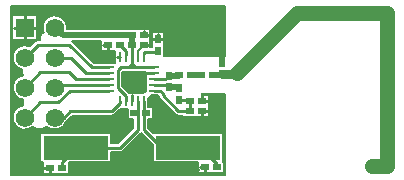
<source format=gtl>
*%FSLAX24Y24*%
*%MOIN*%
G01*
%ADD11C,0.0010*%
%ADD12C,0.0030*%
%ADD13C,0.0050*%
%ADD14C,0.0060*%
%ADD15C,0.0073*%
%ADD16C,0.0080*%
%ADD17C,0.0100*%
%ADD18C,0.0120*%
%ADD19C,0.0200*%
%ADD20C,0.0250*%
%ADD21C,0.0300*%
%ADD22C,0.0320*%
%ADD23C,0.0400*%
%ADD24C,0.0500*%
%ADD25C,0.0560*%
%ADD26C,0.0620*%
%ADD27C,0.0700*%
%ADD28C,0.0800*%
%ADD29R,0.0098X0.0331*%
%ADD30R,0.0178X0.0411*%
%ADD31R,0.0200X0.0250*%
%ADD32R,0.0250X0.0200*%
%ADD33R,0.0280X0.0330*%
%ADD34R,0.0330X0.0280*%
%ADD35R,0.0331X0.0098*%
%ADD36R,0.0411X0.0178*%
%ADD37R,0.0620X0.0620*%
%ADD38R,0.0700X0.0700*%
%ADD39R,0.2165X0.0787*%
%ADD40R,0.2245X0.0867*%
D14*
X278649Y119349D02*
X278810D01*
X278458Y119330D02*
X278330D01*
X278310Y119349D01*
X278458D02*
Y119767D01*
D16*
X278460Y121446D02*
X278654Y121640D01*
X278460Y121446D02*
Y121320D01*
X275213Y117750D02*
X274230D01*
Y117800D02*
X275213D01*
Y117850D02*
X274230D01*
Y117900D02*
X275213D01*
Y117950D02*
X274230D01*
Y118000D02*
X275213D01*
Y118050D02*
X274230D01*
Y117330D02*
Y118930D01*
Y118100D02*
X275213D01*
Y118150D02*
X274230D01*
Y117400D02*
X275309D01*
Y117450D02*
X274230D01*
Y117500D02*
X275309D01*
Y117550D02*
X274230D01*
Y117600D02*
X275309D01*
Y117650D02*
X274230D01*
Y117700D02*
X275309D01*
X275213Y118200D02*
X274230D01*
Y118250D02*
X275213D01*
Y118300D02*
X274230D01*
Y118950D02*
X274396D01*
X274356Y119000D02*
X274230D01*
Y119050D02*
X274327D01*
X274306Y119100D02*
X274230D01*
Y119150D02*
X274293D01*
X274286Y119200D02*
X274230D01*
Y119250D02*
X274285D01*
X274291Y119300D02*
X274230D01*
Y119350D02*
X274303D01*
X274322Y119400D02*
X274230D01*
Y118350D02*
X275213D01*
Y118400D02*
X274230D01*
Y118450D02*
X275213D01*
Y118500D02*
X274230D01*
Y118550D02*
X275213D01*
Y118600D02*
X274230D01*
Y118650D02*
X275213D01*
Y118700D02*
X274230D01*
Y118900D02*
X274452D01*
X274541Y118850D02*
X274230D01*
X274550Y118846D02*
Y117330D01*
X274600D02*
Y118831D01*
X274650Y118822D02*
Y117330D01*
X274700D02*
Y118820D01*
X274750Y118824D02*
Y117330D01*
X274300D02*
Y119120D01*
X274350Y119008D02*
Y117330D01*
X274400D02*
Y118945D01*
X274450Y118901D02*
Y117330D01*
X274500D02*
Y118869D01*
X274800Y118834D02*
Y117330D01*
X274850D02*
Y118850D01*
X275050Y118857D02*
Y117330D01*
X275100D02*
Y118850D01*
X275250Y117736D02*
Y117330D01*
X274900D02*
Y118875D01*
X274950Y118909D02*
Y117330D01*
X275000D02*
Y118884D01*
X275150Y118850D02*
Y117330D01*
X275200D02*
Y118850D01*
X275095D02*
X274849D01*
X275095D02*
X275280D01*
X275213Y118723D02*
Y117736D01*
X275250Y118723D02*
Y118850D01*
X275280D02*
X275095D01*
X274983Y118900D02*
X274938D01*
X275300Y117736D02*
Y117330D01*
X275309Y117736D02*
X275213D01*
X275309D02*
Y117359D01*
X275300Y118723D02*
Y118851D01*
X275350Y118867D02*
Y118723D01*
X275400D02*
Y118910D01*
X274349Y119450D02*
X274230D01*
Y119500D02*
X274386D01*
X274439Y119550D02*
X274230D01*
X274450Y119559D02*
Y119901D01*
X274518Y119600D02*
X274230D01*
X274250Y117330D02*
Y122960D01*
X274230D02*
Y118930D01*
X274300Y119340D02*
Y120120D01*
X274350Y120008D02*
Y119452D01*
X274400Y119515D02*
Y119945D01*
X274230Y119700D02*
X274650D01*
Y119750D02*
X274230D01*
Y119800D02*
X274650D01*
X274500Y119869D02*
Y119591D01*
X274550Y119614D02*
Y119846D01*
X274600Y119831D02*
Y119629D01*
X274650Y119638D02*
Y119822D01*
Y119815D02*
Y119661D01*
X274356Y120000D02*
X274230D01*
Y120050D02*
X274327D01*
X274306Y120100D02*
X274230D01*
Y120200D02*
X274286D01*
X274293Y120150D02*
X274230D01*
Y120250D02*
X274285D01*
X274291Y120300D02*
X274230D01*
X274300Y120340D02*
Y121120D01*
X274303Y120350D02*
X274230D01*
Y120400D02*
X274322D01*
X274230Y119850D02*
X274541D01*
X274452Y119900D02*
X274230D01*
Y120450D02*
X274349D01*
X274396Y119950D02*
X274230D01*
X274350Y120452D02*
Y121008D01*
X275309Y117359D02*
X275703D01*
X275759D01*
X275650Y118723D02*
Y118822D01*
X275450Y118901D02*
Y118723D01*
X275500D02*
Y118869D01*
X275550Y118846D02*
Y118723D01*
X275600D02*
Y118831D01*
X275700Y118820D02*
Y118723D01*
X276505Y117330D02*
X274230D01*
Y117350D02*
X281360D01*
X275759Y117359D02*
X275703D01*
X275759D02*
X276153D01*
Y117400D02*
X280483D01*
Y117450D02*
X276153D01*
X275213Y118723D02*
X277578D01*
X276153Y117500D02*
X280483D01*
Y117550D02*
X276153D01*
Y117600D02*
X280483D01*
X275750Y118723D02*
Y118824D01*
X275541Y118850D02*
X275280D01*
X275800Y118834D02*
Y118723D01*
X275850D02*
Y118850D01*
X275900Y118875D02*
Y118723D01*
X275950D02*
Y118909D01*
X275452Y118900D02*
X275392D01*
X276000Y118956D02*
Y118723D01*
X276050D02*
Y119025D01*
X276100Y119128D02*
Y118723D01*
X274230Y118750D02*
X278183D01*
X278233Y118800D02*
X274230D01*
X275849Y118850D02*
X278283D01*
X278308Y118900D02*
X275938D01*
X275994Y118950D02*
X278308D01*
Y119000D02*
X276034D01*
X276063Y119050D02*
X278308D01*
Y119100D02*
X276084D01*
X276096Y119124D02*
X276262Y119290D01*
X276122Y119150D02*
X278308D01*
X276200Y117736D02*
Y117330D01*
X276250D02*
Y117736D01*
X276300D02*
Y117330D01*
X276350D02*
Y117736D01*
X276400D02*
Y117330D01*
X276450D02*
Y117736D01*
X276500D02*
Y117330D01*
X276550D02*
Y117736D01*
X276600D02*
Y117330D01*
X276650D02*
Y117736D01*
X276505Y117330D02*
X281360D01*
X276700D02*
Y117736D01*
X276750D02*
Y117330D01*
X276800D02*
Y117736D01*
X276850D02*
Y117330D01*
X276900D02*
Y117736D01*
X276950D02*
Y117330D01*
X277000D02*
Y117736D01*
X277050D02*
Y117330D01*
X277100D02*
Y117736D01*
X276153D02*
Y117359D01*
X276150Y118723D02*
Y119178D01*
X276200Y119228D02*
Y118723D01*
X276250D02*
Y119278D01*
X276300Y119290D02*
Y118723D01*
X276350D02*
Y119290D01*
X276400D02*
Y118723D01*
X276450D02*
Y119290D01*
X276500D02*
Y118723D01*
X276550D02*
Y119290D01*
X276153Y117650D02*
X280483D01*
Y117700D02*
X276153D01*
X277150Y117736D02*
Y117330D01*
X277200D02*
Y117736D01*
X277250D02*
Y117330D01*
X277578Y117736D02*
X276153D01*
X276172Y119200D02*
X278125D01*
Y119250D02*
X276222D01*
X277300Y117736D02*
Y117330D01*
X276600Y118723D02*
Y119290D01*
X277350Y117736D02*
Y117330D01*
X277600Y119290D02*
X276262D01*
X276650D02*
Y118723D01*
X276700D02*
Y119290D01*
X276750D02*
Y118723D01*
X276800D02*
Y119290D01*
X276850D02*
Y118723D01*
X276900D02*
Y119290D01*
X276950D02*
Y118723D01*
X277000D02*
Y119290D01*
X277050D02*
Y118723D01*
X277100D02*
Y119290D01*
X277150D02*
Y118723D01*
X277200D02*
Y119290D01*
X277250D02*
Y118723D01*
X277300D02*
Y119290D01*
X277350D02*
Y118723D01*
X277400D02*
Y119290D01*
X274386Y120500D02*
X274230D01*
Y120550D02*
X274439D01*
X274518Y120600D02*
X274230D01*
X274600Y120629D02*
Y120831D01*
X274615Y120700D02*
X274230D01*
X274400Y120515D02*
Y120945D01*
X274541Y120850D02*
X274230D01*
X274450Y120901D02*
Y120559D01*
X274500Y120591D02*
Y120869D01*
X274550Y120846D02*
Y120614D01*
X274624Y120650D02*
X274230D01*
Y120750D02*
X274615D01*
Y120800D02*
X274230D01*
X274615D02*
Y120700D01*
X274356Y121000D02*
X274230D01*
Y121050D02*
X274327D01*
X274306Y121100D02*
X274230D01*
Y121200D02*
X274286D01*
X274293Y121150D02*
X274230D01*
Y121250D02*
X274285D01*
X274291Y121300D02*
X274230D01*
Y121350D02*
X274303D01*
X274322Y121400D02*
X274230D01*
Y121450D02*
X274349D01*
X274452Y120900D02*
X274230D01*
Y120950D02*
X274396D01*
X274386Y121500D02*
X274230D01*
Y121550D02*
X274439D01*
X274518Y121600D02*
X274230D01*
Y121650D02*
X274903D01*
X274953Y121700D02*
X274230D01*
X274859Y121606D02*
X275014Y121761D01*
X275003Y121750D02*
X274230D01*
Y121800D02*
X275082D01*
X274285Y121850D02*
X274230D01*
Y121900D02*
X274285D01*
X274300Y121820D02*
Y121340D01*
X274285Y121950D02*
X274230D01*
Y122000D02*
X274285D01*
Y122050D02*
X274230D01*
Y122100D02*
X274285D01*
Y121820D02*
Y122640D01*
Y122150D02*
X274230D01*
Y122200D02*
X274285D01*
X274350Y121820D02*
Y121452D01*
X274400Y121515D02*
Y121820D01*
X274450D02*
Y121559D01*
X274500Y121591D02*
Y121820D01*
X274550D02*
Y121614D01*
X274600Y121629D02*
Y121820D01*
X274285D02*
X275105D01*
X274650D02*
Y121638D01*
X274700Y121640D02*
Y121820D01*
X274285Y122250D02*
X274230D01*
Y122300D02*
X274285D01*
Y122350D02*
X274230D01*
Y122400D02*
X274285D01*
Y122450D02*
X274230D01*
Y122500D02*
X274285D01*
Y122550D02*
X274230D01*
Y122600D02*
X274285D01*
X274300Y122640D02*
Y122960D01*
X274350D02*
Y122640D01*
X274285D02*
X275105D01*
X274400D02*
Y122960D01*
X274450D02*
Y122640D01*
X274500D02*
Y122960D01*
X274550D02*
Y122640D01*
X274600D02*
Y122960D01*
X274650D02*
Y122640D01*
X274700D02*
Y122960D01*
X274750Y121820D02*
Y121636D01*
X274800Y121626D02*
Y121820D01*
X274850D02*
Y121610D01*
X274900Y121647D02*
Y121820D01*
X274950D02*
Y121697D01*
X275000Y121747D02*
Y121820D01*
X275050D02*
Y121788D01*
X275150Y121805D02*
Y122960D01*
X275105Y122640D02*
Y121820D01*
X275200Y121805D02*
Y122960D01*
X275205Y121805D02*
X275120D01*
X275105Y121850D02*
X275205D01*
Y121805D02*
Y121911D01*
Y121900D02*
X275105D01*
Y121950D02*
X275210D01*
X275235Y122000D02*
X275105D01*
Y122050D02*
X275300D01*
X275250Y122018D02*
Y122960D01*
X275300Y122120D02*
Y122050D01*
X274750Y122640D02*
Y122960D01*
X274800D02*
Y122640D01*
X275105Y122150D02*
X275293D01*
X274850Y122640D02*
Y122960D01*
X275105Y122200D02*
X275286D01*
X274900Y122640D02*
Y122960D01*
X274950D02*
Y122640D01*
X275000D02*
Y122960D01*
X275050D02*
Y122640D01*
X275100D02*
Y122960D01*
X275105Y122100D02*
X275306D01*
X275285Y122250D02*
X275105D01*
Y122300D02*
X275291D01*
X275303Y122350D02*
X275105D01*
Y122400D02*
X275322D01*
X275349Y122450D02*
X275105D01*
Y122500D02*
X275386D01*
X275439Y122550D02*
X275105D01*
X275300Y122340D02*
Y122960D01*
X275350D02*
Y122452D01*
X275400Y122515D02*
Y122960D01*
X276852Y121200D02*
X277718D01*
X277512Y121060D02*
X276992D01*
X276952Y121100D02*
X277718D01*
Y121150D02*
X276902D01*
X276802Y121250D02*
X277718D01*
X276800Y121252D02*
Y121770D01*
X277300Y121440D02*
Y121060D01*
X277350D02*
Y121440D01*
X277400D02*
Y121060D01*
X276400Y121652D02*
Y121770D01*
X276350D02*
Y121702D01*
X276602Y121450D02*
X277251D01*
X276450Y121602D02*
Y121770D01*
X276500D02*
Y121552D01*
X276600Y121452D02*
Y121770D01*
X276550D02*
Y121502D01*
X276750Y121302D02*
Y121770D01*
X276650D02*
Y121402D01*
X276700Y121352D02*
Y121770D01*
X276652Y121400D02*
X277718D01*
X277251Y121500D02*
X276552D01*
X276752Y121300D02*
X277718D01*
X277645Y121440D02*
X277251D01*
X277718Y121350D02*
X276702D01*
X276402Y121650D02*
X277251D01*
Y121700D02*
X276352D01*
X276302Y121750D02*
X277251D01*
Y121550D02*
X276502D01*
X276452Y121600D02*
X277251D01*
X275450Y122559D02*
Y122960D01*
X276000D02*
Y122504D01*
X276050Y122435D02*
Y122960D01*
X276101Y122170D02*
X277140D01*
X276104Y122200D02*
X281360D01*
Y122250D02*
X276105D01*
X276099Y122300D02*
X281360D01*
Y122500D02*
X276004D01*
X276087Y122350D02*
X281360D01*
Y122400D02*
X276068D01*
X276041Y122450D02*
X281360D01*
X275518Y122600D02*
X275105D01*
X275500Y122591D02*
Y122960D01*
X275550D02*
Y122614D01*
X275600Y122629D02*
Y122960D01*
X275650D02*
Y122638D01*
X275700Y122640D02*
Y122960D01*
X275750D02*
Y122636D01*
X275900Y122585D02*
Y122960D01*
X275800D02*
Y122626D01*
X275850Y122610D02*
Y122960D01*
X274230Y122650D02*
X281360D01*
Y122700D02*
X274230D01*
X275951Y122550D02*
X281360D01*
Y122600D02*
X275872D01*
X274230Y122750D02*
X281360D01*
Y122800D02*
X274230D01*
Y122850D02*
X281360D01*
Y122900D02*
X274230D01*
X275950Y122960D02*
Y122551D01*
X274230Y122950D02*
X281360D01*
Y122960D02*
X274230D01*
X276150D02*
Y122170D01*
X276200D02*
Y122960D01*
X276950Y121770D02*
Y121102D01*
X276850Y121202D02*
Y121770D01*
X276900D02*
Y121152D01*
X276250Y122170D02*
Y122960D01*
X276300D02*
Y122170D01*
X276350D02*
Y122960D01*
X276400D02*
Y122170D01*
X276450D02*
Y122960D01*
X276291Y121761D02*
X276992Y121060D01*
X277000D02*
Y121770D01*
X277050D02*
Y121060D01*
X277100D02*
Y121770D01*
X277150D02*
Y121060D01*
X277140Y121770D02*
X276281D01*
X277140D02*
X277251D01*
X277200D02*
Y121060D01*
X277250D02*
Y121770D01*
X277251D02*
Y121440D01*
X276500Y122170D02*
Y122960D01*
X276100D02*
Y122294D01*
X276550Y122170D02*
Y122960D01*
X276600D02*
Y122170D01*
X276650D02*
Y122960D01*
X276700D02*
Y122170D01*
X276750D02*
Y122960D01*
X276800D02*
Y122170D01*
X276850D02*
Y122960D01*
X276900D02*
Y122170D01*
X276950D02*
Y122960D01*
X277000D02*
Y122170D01*
X277050D02*
Y122960D01*
X277100D02*
Y122170D01*
X277140D02*
X278037D01*
X277150D02*
Y122960D01*
X277200D02*
Y122170D01*
X277250D02*
Y122960D01*
X277300D02*
Y122170D01*
X277350D02*
Y122960D01*
X277400D02*
Y122170D01*
Y117736D02*
Y117330D01*
X277450D02*
Y117736D01*
X277500D02*
Y117330D01*
X277550D02*
Y117736D01*
X277578D02*
Y118064D01*
X277600D02*
Y117330D01*
X277650D02*
Y118064D01*
X277700D02*
Y117330D01*
X277750D02*
Y118064D01*
X277800D02*
Y117330D01*
X277578Y117750D02*
X278953D01*
Y117800D02*
X277578D01*
X277850Y118064D02*
Y117330D01*
X277578Y117850D02*
X278953D01*
Y117900D02*
X277578D01*
X277900Y118070D02*
Y117330D01*
X277950D02*
Y118095D01*
X278000Y118143D02*
Y117330D01*
X278050D02*
Y118193D01*
X278100Y118243D02*
Y117330D01*
X277859Y118064D02*
X277578D01*
Y118364D02*
X277797D01*
X277833Y118400D02*
X277578D01*
Y118450D02*
X277883D01*
X277933Y118500D02*
X277578D01*
Y118364D02*
Y118723D01*
Y118550D02*
X277983D01*
X278033Y118600D02*
X277578D01*
Y117950D02*
X278953D01*
Y118000D02*
X277578D01*
Y118050D02*
X278953D01*
Y118100D02*
X277956D01*
X278007Y118150D02*
X278953D01*
X278083Y118650D02*
X277578D01*
Y118700D02*
X278133D01*
X278560Y118703D02*
X277965Y118108D01*
X277797Y118364D02*
X278308Y118875D01*
X278057Y118200D02*
X278953D01*
X278150Y118293D02*
Y117330D01*
X278200D02*
Y118343D01*
X278250Y118393D02*
Y117330D01*
X278300D02*
Y118443D01*
X278350Y118493D02*
Y117330D01*
X278400D02*
Y118543D01*
X278450Y118593D02*
Y117330D01*
X278500D02*
Y118643D01*
X278550Y118693D02*
Y117330D01*
X278600D02*
Y118663D01*
X278900Y118363D02*
Y117330D01*
X278950D02*
Y118313D01*
X279000Y117736D02*
Y117330D01*
X279050D02*
Y117736D01*
X279100D02*
Y117330D01*
X278650D02*
Y118613D01*
X278700Y118563D02*
Y117330D01*
X278750D02*
Y118513D01*
X278800Y118463D02*
Y117330D01*
X278850D02*
Y118413D01*
X278953Y118250D02*
X278107D01*
X278157Y118300D02*
X278953D01*
Y118310D02*
Y117736D01*
X278863Y118400D02*
X278257D01*
X278207Y118350D02*
X278913D01*
X278813Y118450D02*
X278307D01*
X278357Y118500D02*
X278763D01*
X278713Y118550D02*
X278407D01*
X278507Y118650D02*
X278613D01*
X278663Y118600D02*
X278457D01*
X279150Y117736D02*
Y117330D01*
X279200D02*
Y117736D01*
X279250D02*
Y117330D01*
X279300D02*
Y117736D01*
X279350D02*
Y117330D01*
X279400D02*
Y117736D01*
X278953Y118310D02*
X278560Y118703D01*
X278805Y118883D02*
X278964Y118723D01*
X279450Y117736D02*
Y117330D01*
X279500D02*
Y117736D01*
X279550D02*
Y117330D01*
X277450Y118723D02*
Y119290D01*
X277500D02*
Y118723D01*
X277600Y118364D02*
Y119290D01*
X277550D02*
Y118723D01*
X277650Y118364D02*
Y119299D01*
X277700Y119328D02*
Y118364D01*
X277750D02*
Y119378D01*
X277800Y119428D02*
Y118367D01*
X277850Y118417D02*
Y119478D01*
X277900Y119502D02*
Y118467D01*
X278150Y118717D02*
Y119189D01*
X278200D02*
Y118767D01*
X278250Y118817D02*
Y119189D01*
X278308D02*
X278125D01*
X277950Y119502D02*
Y118517D01*
X278000Y118567D02*
Y119502D01*
X278050D02*
Y118617D01*
X278100Y118667D02*
Y119502D01*
X278125D02*
Y119189D01*
Y119300D02*
X277654D01*
X277722Y119350D02*
X278125D01*
X277874Y119502D02*
X277706Y119334D01*
X277772Y119400D02*
X278125D01*
Y119450D02*
X277822D01*
X277874Y119502D02*
X277915D01*
X278016D01*
X278125Y119500D02*
X277872D01*
X277915Y119502D02*
X278016D01*
X278112D01*
X278300Y119189D02*
Y118867D01*
X278308Y118875D02*
Y119189D01*
X278900D02*
Y118787D01*
X278805Y118883D02*
Y119189D01*
X278850D02*
Y118837D01*
X278805Y119189D02*
X278969D01*
Y119589D02*
X278805D01*
X279050Y119973D02*
Y118723D01*
X278950Y118737D02*
Y119189D01*
X278969D02*
Y119589D01*
X279350Y119698D02*
Y118723D01*
X279498Y119550D02*
X278969D01*
X279400Y119648D02*
Y118723D01*
X279450D02*
Y119598D01*
X279500Y119548D02*
Y118723D01*
X279100D02*
Y119973D01*
X279150Y119927D02*
Y118723D01*
X279200D02*
Y119848D01*
X279250Y119798D02*
Y118723D01*
X279300D02*
Y119748D01*
X278805Y119767D02*
Y119589D01*
X278804Y119782D02*
Y119852D01*
X278850Y119893D02*
Y119589D01*
X278857Y119900D02*
X279160D01*
X278900Y119943D02*
Y119589D01*
X278828Y119872D02*
X278898Y119942D01*
X278950Y119973D02*
Y119589D01*
X278921Y119973D02*
X278995D01*
X278805Y119600D02*
X279448D01*
X279398Y119650D02*
X278805D01*
Y119700D02*
X279348D01*
X279248Y119800D02*
X278804D01*
X278805Y119750D02*
X279298D01*
X279198Y119850D02*
X278804D01*
X278906Y119950D02*
X279146D01*
X279145Y119973D02*
X279010D01*
X279600Y117736D02*
Y117330D01*
X279650D02*
Y117736D01*
X279700D02*
Y117330D01*
X279750D02*
Y117736D01*
X279800D02*
Y117330D01*
X279850D02*
Y117736D01*
X279900D02*
Y117330D01*
X279950D02*
Y117736D01*
X280000D02*
Y117330D01*
X280050D02*
Y117736D01*
X280100D02*
Y117330D01*
X280150D02*
Y117736D01*
X280200D02*
Y117330D01*
X280500D02*
Y117379D01*
X280550D02*
Y117330D01*
X280250D02*
Y117736D01*
X280300D02*
Y117330D01*
X280350D02*
Y117736D01*
X280400D02*
Y117330D01*
X280450D02*
Y117736D01*
X280600Y117379D02*
Y117330D01*
X280650D02*
Y117379D01*
X280700D02*
Y117330D01*
X280750D02*
Y117379D01*
X280800D02*
Y117330D01*
X280483Y117379D02*
Y117736D01*
X278953D01*
X280850Y117379D02*
Y117330D01*
X281360Y118750D02*
X278937D01*
X278887Y118800D02*
X281360D01*
X280877Y117379D02*
X280483D01*
X280877D02*
X280933D01*
X281318Y118723D02*
X278964D01*
X278805Y118900D02*
X281360D01*
Y118950D02*
X278805D01*
Y119000D02*
X281360D01*
Y118850D02*
X278837D01*
X278805Y119050D02*
X281360D01*
Y119100D02*
X278805D01*
X280900Y117379D02*
Y117330D01*
X280877Y117379D02*
X280933D01*
X280950D02*
Y117330D01*
X281000D02*
Y117379D01*
X281050D02*
Y117330D01*
X281100D02*
Y117379D01*
X281150D02*
Y117330D01*
X281200D02*
Y117379D01*
X281250D02*
Y117330D01*
X281300D02*
Y117379D01*
X281327D02*
X280933D01*
X281327Y117400D02*
X281360D01*
Y117450D02*
X281327D01*
Y117500D02*
X281360D01*
Y117550D02*
X281327D01*
Y117600D02*
X281360D01*
X281318Y117736D02*
Y117779D01*
X281327D02*
Y117379D01*
Y117650D02*
X281360D01*
Y117700D02*
X281327D01*
X281318Y117800D02*
X281360D01*
Y117850D02*
X281318D01*
X281327Y117750D02*
X281360D01*
Y117900D02*
X281318D01*
Y117950D02*
X281360D01*
Y118000D02*
X281318D01*
Y118050D02*
X281360D01*
X281318Y117779D02*
Y118723D01*
Y118100D02*
X281360D01*
Y118150D02*
X281318D01*
Y118200D02*
X281360D01*
Y118250D02*
X281318D01*
Y118300D02*
X281360D01*
Y118350D02*
X281318D01*
Y118400D02*
X281360D01*
Y118450D02*
X281318D01*
Y118500D02*
X281360D01*
Y118550D02*
X281318D01*
Y118600D02*
X281360D01*
Y118650D02*
X281318D01*
Y118700D02*
X281360D01*
X279750Y118723D02*
Y119310D01*
X279800Y119296D02*
Y118723D01*
X279850D02*
Y119295D01*
X279900D02*
Y118723D01*
X280000D02*
Y119245D01*
X279550Y119498D02*
Y118723D01*
X279600D02*
Y119448D01*
X279650Y119398D02*
Y118723D01*
X279700D02*
Y119348D01*
X279950Y119295D02*
Y118723D01*
X278805Y119150D02*
X281360D01*
Y119200D02*
X278969D01*
X280050Y119245D02*
Y118723D01*
X280100D02*
Y119245D01*
X280150D02*
Y118723D01*
X280200D02*
Y119245D01*
X280250D02*
Y118723D01*
X280300D02*
Y119245D01*
X280350D02*
Y118723D01*
X280400D02*
Y119245D01*
X279648Y119400D02*
X278969D01*
Y119450D02*
X279598D01*
X279548Y119500D02*
X278969D01*
Y119250D02*
X279976D01*
X279777Y119300D02*
X278969D01*
X279976Y119245D02*
X280370D01*
X280426D01*
X280370Y119245D02*
X280820D01*
X279698Y119350D02*
X278969D01*
X279189Y119859D02*
X279709Y119339D01*
X279976Y119295D02*
Y119245D01*
Y119295D02*
X279815D01*
X280450Y119245D02*
Y118723D01*
X280500D02*
Y119245D01*
X280550D02*
Y118723D01*
X280600D02*
Y119245D01*
X280650D02*
Y118723D01*
X280700D02*
Y119245D01*
X280750D02*
Y118723D01*
X280800D02*
Y119245D01*
X280850Y118723D02*
Y120015D01*
X280900D02*
Y118723D01*
X280950D02*
Y120015D01*
X281000D02*
Y118723D01*
X281050D02*
Y120015D01*
X281100D02*
Y118723D01*
X281150D02*
Y120015D01*
X281200D02*
Y118723D01*
X281250D02*
Y120015D01*
X281350D02*
Y117330D01*
X281300Y118723D02*
Y120015D01*
X281360D02*
Y117330D01*
Y119250D02*
X280820D01*
Y119300D02*
X281360D01*
Y119350D02*
X280820D01*
Y119400D02*
X281360D01*
X280820Y119245D02*
Y119585D01*
X280835D02*
Y119985D01*
X280820Y119450D02*
X281360D01*
Y119500D02*
X280820D01*
Y119550D02*
X281360D01*
Y119600D02*
X280835D01*
Y119650D02*
X281360D01*
Y119700D02*
X280835D01*
Y119750D02*
X281360D01*
Y119800D02*
X280835D01*
Y119850D02*
X281360D01*
Y119900D02*
X280835D01*
Y119950D02*
X281360D01*
X278170Y120052D02*
X277950Y120272D01*
Y120738D01*
X278213Y120032D02*
X278309D01*
X277950Y120272D02*
Y120738D01*
X278000Y120760D02*
Y120222D01*
X278100Y120122D02*
Y120760D01*
X278050D02*
Y120172D01*
X278250Y120032D02*
Y120760D01*
X278150D02*
Y120072D01*
X278300Y120032D02*
Y120760D01*
X278072Y120150D02*
X278745D01*
Y120200D02*
X278022D01*
X278309Y120032D02*
X278410D01*
X278309D01*
X278122Y120100D02*
X278703D01*
X278745Y120300D02*
X277950D01*
Y120350D02*
X278745D01*
X278350Y120032D02*
Y120760D01*
X277972Y120250D02*
X278745D01*
Y120400D02*
X277950D01*
X277450Y121060D02*
Y121440D01*
X277500D02*
Y121060D01*
X277527Y121059D02*
X277718D01*
X277550D02*
Y121440D01*
X277600D02*
Y121059D01*
X277650D02*
Y121440D01*
X277645D02*
X277701D01*
X277700D02*
Y121059D01*
X277701Y121440D02*
X277645D01*
X277718D02*
Y121059D01*
X277950Y120450D02*
X278745D01*
Y120500D02*
X277950D01*
Y120550D02*
X278745D01*
Y120600D02*
X277950D01*
Y120650D02*
X278745D01*
Y120700D02*
X277950D01*
X277962Y120750D02*
X278745D01*
X277972Y120760D02*
X277950Y120738D01*
X277972Y120760D02*
X278150D01*
X278370D01*
X278410Y120032D02*
X278505D01*
X278400D02*
Y120760D01*
X278505Y120032D02*
X278607D01*
X278505D01*
X278607D02*
X278638D01*
X278450D02*
Y120760D01*
X278500D02*
Y120032D01*
X278550D02*
Y120760D01*
X278600D02*
Y120032D01*
X278700Y120097D02*
Y120760D01*
X278722Y120118D02*
X278652Y120048D01*
X278745Y120137D02*
Y120170D01*
Y120272D01*
Y120170D01*
Y120272D02*
Y120367D01*
Y120469D01*
Y120367D01*
Y120469D02*
Y120564D01*
Y120666D01*
Y120564D01*
Y120666D02*
Y120760D01*
X278370D01*
X277450Y122170D02*
Y122960D01*
X277500D02*
Y122170D01*
X277550D02*
Y122960D01*
X277600D02*
Y122170D01*
X277650D02*
Y122960D01*
X277700D02*
Y122170D01*
X277750D02*
Y122960D01*
X277800D02*
Y122170D01*
X277850D02*
Y122960D01*
X278879Y121580D02*
X278920D01*
Y121600D02*
X278879D01*
X277900Y122170D02*
Y122960D01*
X277950D02*
Y122170D01*
X278000D02*
Y122960D01*
X278037Y122170D02*
X278262D01*
X278037D01*
X278050D02*
Y122960D01*
X278100D02*
Y122170D01*
X278150D02*
Y122960D01*
X278200D02*
Y122170D01*
X278262D02*
X278430D01*
X278250D02*
Y122960D01*
X278300D02*
Y122170D01*
X278350D02*
Y122960D01*
X278400D02*
Y122170D01*
X278450D02*
Y122960D01*
X278430Y122170D02*
X278487D01*
X278430D01*
X278487D02*
X278880D01*
X278500D02*
Y122960D01*
X278550D02*
Y122170D01*
X278600D02*
Y122960D01*
X278650D02*
Y122170D01*
X278700D02*
Y122960D01*
X278750D02*
Y122170D01*
X278800D02*
Y122960D01*
X278850D02*
Y122170D01*
X278920Y121619D02*
Y121580D01*
Y121650D02*
X278879D01*
X279320Y121619D02*
Y121275D01*
X278920Y121619D02*
Y121675D01*
Y121619D01*
X278879Y121580D02*
Y121770D01*
Y121700D02*
X278920D01*
X278900Y121580D02*
Y122960D01*
X278920Y122069D02*
Y121675D01*
X279320D02*
Y121619D01*
Y121675D01*
Y122069D01*
X279350Y121275D02*
Y122960D01*
X279400D02*
Y121275D01*
X279450D02*
Y122960D01*
X279500D02*
Y121275D01*
X279550D02*
Y122960D01*
X279600D02*
Y121275D01*
X279650D02*
Y122960D01*
X279700D02*
Y121275D01*
X278920Y121750D02*
X278879D01*
X278880Y121800D02*
X278920D01*
X278879Y121770D02*
Y121840D01*
X278880Y121850D02*
X278920D01*
Y121900D02*
X278880D01*
Y121950D02*
X278920D01*
Y122000D02*
X278880D01*
Y122170D02*
Y121770D01*
Y122050D02*
X278920D01*
X278950Y122069D02*
Y122960D01*
X278920Y122069D02*
X279320D01*
X279000D02*
Y122960D01*
X279050D02*
Y122069D01*
X279100D02*
Y122960D01*
X279150D02*
Y122069D01*
X279200D02*
Y122960D01*
X279250D02*
Y122069D01*
X279300D02*
Y122960D01*
X280596Y119985D02*
X280835D01*
X280599Y120000D02*
X281360D01*
Y120015D02*
X280600D01*
X279750Y121275D02*
Y122960D01*
X279800D02*
Y121275D01*
X279850D02*
Y122960D01*
X279900D02*
Y121275D01*
X279950D02*
Y122960D01*
X279320Y121275D02*
X281080D01*
X280000D02*
Y122960D01*
X279320Y121300D02*
X281360D01*
Y121350D02*
X279320D01*
Y121400D02*
X281360D01*
Y121450D02*
X279320D01*
Y121500D02*
X281360D01*
Y121550D02*
X279320D01*
Y121600D02*
X281360D01*
X280050Y121275D02*
Y122960D01*
X280100D02*
Y121275D01*
X280150D02*
Y122960D01*
X279320Y121650D02*
X281360D01*
Y121700D02*
X279320D01*
Y121750D02*
X281360D01*
Y121800D02*
X279320D01*
Y121850D02*
X281360D01*
Y121900D02*
X279320D01*
X278880Y122100D02*
X281360D01*
Y122150D02*
X278880D01*
X279320Y121950D02*
X281360D01*
Y122000D02*
X279320D01*
Y122050D02*
X281360D01*
X280200Y121275D02*
Y122960D01*
X280250D02*
Y121275D01*
X280300D02*
Y122960D01*
X280350D02*
Y121275D01*
X280400D02*
Y122960D01*
X280450D02*
Y121275D01*
X280500D02*
Y122960D01*
X280550D02*
Y121275D01*
X280600D02*
Y122960D01*
X280650D02*
Y121275D01*
X280700D02*
Y122960D01*
X280750D02*
Y121275D01*
X280800D02*
Y122960D01*
X280850D02*
Y121275D01*
X280900D02*
Y122960D01*
X280950D02*
Y121275D01*
X281000D02*
Y122960D01*
X281080Y121284D02*
X281360D01*
X281050Y121275D02*
Y122960D01*
X281100D02*
Y121284D01*
X281150D02*
Y122960D01*
X281200D02*
Y121284D01*
X281250D02*
Y122960D01*
X281300D02*
Y121284D01*
X281350D02*
Y122960D01*
X281360D02*
Y121284D01*
X275095Y118850D02*
G75*
G02*X274966Y118923J150D01*
G74*
X275280Y118850D02*
G75*
G03*X275414Y118932J150D01*
G74*
X274966Y118923D02*
G75*
G02*X274652Y119638I-271J307D01*
G74*
X274650Y119822D02*
G75*
G02*X274630Y120635I45J408D01*
G74*
X275414Y118932D02*
G75*
G03*X276089Y119118I281J298D01*
G74*
X274630Y120635D02*
G75*
G02*X274615Y120700I135J65D01*
G74*
X274618Y120827D02*
G75*
G02*X274859Y121606I77J403D01*
G74*
X275014Y121761D02*
G75*
G02*X275120Y121805I106J-106D01*
G03*X275014Y121761J-150D01*
G74*
X275205Y121911D02*
G75*
G02*X275323Y122057I150D01*
G74*
X276101Y122170D02*
G75*
G03*X276105Y122230I-406J60D01*
G03*X275323Y122057I-410D01*
G74*
X277859Y118064D02*
G75*
G03*X277965Y118108J150D01*
G74*
X277965Y118108D02*
G75*
G02*X277859Y118064I-106J106D01*
G74*
X277600Y119290D02*
G75*
G03*X277706Y119334J150D01*
G74*
X277706Y119334D02*
G75*
G02*X277600Y119290I-106J106D01*
G74*
X278804Y119852D02*
G75*
G03*X278828Y119872I-64J108D01*
G74*
X278898Y119942D02*
G75*
G03*X278921Y119973I-88J88D01*
G74*
X279145Y119965D02*
G75*
G03*X279189Y119859I150D01*
G74*
X279189Y119859D02*
G75*
G02*X279145Y119965I106J106D01*
G74*
X279709Y119339D02*
G75*
G03*X279815Y119295I106J106D01*
G02*X279709Y119339J150D01*
G74*
X280596Y119985D02*
G75*
G03*X280600Y120015I-146J35D01*
D17*
G74*
X276395Y118229D02*
X275928Y117762D01*
Y117559D01*
X281102Y117579D02*
Y117683D01*
X280556Y118229D01*
X280136D01*
X281350Y117820D02*
Y117366D01*
X280161Y119810D02*
X279850D01*
X280161D02*
X280201Y119770D01*
Y119445D01*
X279217Y120123D02*
X279010D01*
X279217D02*
X279295Y120045D01*
Y119965D01*
X279815Y119445D01*
X280201D01*
X275990Y119230D02*
X275695D01*
X275990D02*
X276200Y119440D01*
X277600D01*
X275215Y119750D02*
X274695Y119230D01*
X275215Y119750D02*
X275815D01*
X276188Y120123D01*
X277512D01*
X275784Y120319D02*
X275695Y120230D01*
X275784Y120319D02*
X277512D01*
X275210Y120745D02*
X274695Y120230D01*
X275210Y120745D02*
X276180D01*
X276409Y120516D01*
X277512D01*
X276230Y121230D02*
X275695D01*
X276230D02*
X276747Y120713D01*
X277512D01*
X275120Y121655D02*
X274695Y121230D01*
X275120Y121655D02*
X276185D01*
X276930Y120910D01*
X277512D01*
X278458Y119767D02*
Y118813D01*
X278655Y118820D02*
X279261Y118214D01*
X278655Y118820D02*
Y119767D01*
X277859Y118214D02*
X276510D01*
X277859D02*
X278458Y118813D01*
X277600Y119440D02*
X277867Y119707D01*
Y119767D01*
X279410Y117895D02*
X279495D01*
X279427Y120319D02*
X279010D01*
Y120516D02*
X279396D01*
X278064Y119946D02*
X277800Y120210D01*
X278064Y119946D02*
Y119767D01*
X277800Y120800D02*
X277910Y120910D01*
X277800Y120800D02*
Y120210D01*
X278261Y121641D02*
X278262Y121642D01*
X278261Y121641D02*
Y121019D01*
X278370Y120910D01*
X277910D02*
X279010D01*
X278261Y121021D02*
X278150Y120910D01*
X278064Y121310D02*
Y121446D01*
X277870Y121640D01*
X278655Y121395D02*
Y121335D01*
Y121395D02*
X278690Y121430D01*
X279100D01*
X275534Y117559D02*
X275349D01*
X275534D02*
Y117399D01*
X274695Y121860D02*
Y122230D01*
X274325D01*
X274695D02*
X275065D01*
X274695D02*
Y122600D01*
X277291Y121640D02*
X277476D01*
X278261Y119992D02*
Y119767D01*
X280708Y117579D02*
Y117419D01*
Y117579D02*
X280523D01*
X280595Y119285D02*
Y119445D01*
X280780D01*
X280795Y119785D02*
X280610D01*
Y119945D01*
X277867Y121256D02*
X277758D01*
X278785Y120713D02*
X279010D01*
X277476Y121480D02*
Y121640D01*
X278654D02*
X278839D01*
X278840Y121970D02*
X278655D01*
Y122130D01*
X278960Y121844D02*
X279120D01*
X279280D01*
X279120D02*
Y122029D01*
D19*
X275955Y121970D02*
X275695Y122230D01*
X275955Y121970D02*
X277140D01*
X281255Y121380D02*
Y121090D01*
Y120640D02*
X280970D01*
X280576D02*
X280234D01*
X279830Y120630D02*
X279510D01*
X278262Y121970D02*
X277140D01*
X278262D02*
Y121642D01*
X279510Y120236D02*
X279817D01*
X279850Y120204D01*
D21*
X281280Y120665D02*
X281725D01*
X281773Y120684D02*
X281773Y120699D01*
X286764Y117629D02*
X286864Y117639D01*
D22*
X275160Y117495D02*
D03*
X279120Y122210D02*
D03*
X277225Y122400D02*
D03*
X279860Y122780D02*
D03*
X278100D02*
D03*
X276400D02*
D03*
X278550Y117495D02*
D03*
X280380D02*
D03*
X276370D02*
D03*
X276310Y118940D02*
D03*
X274407Y122780D02*
D03*
X281200D02*
D03*
X274407Y117495D02*
D03*
X276700Y121570D02*
D03*
X278150Y118965D02*
D03*
X279015Y118950D02*
D03*
X278565Y118400D02*
D03*
X274407Y118480D02*
D03*
Y119765D02*
D03*
Y120735D02*
D03*
X278570Y120620D02*
D03*
X277935Y119350D02*
D03*
X278090Y120610D02*
D03*
X278580Y120210D02*
D03*
X277490Y121290D02*
D03*
X279305Y119450D02*
D03*
X280375Y119020D02*
D03*
X279000Y119710D02*
D03*
X281200Y119030D02*
D03*
Y119855D02*
D03*
X279485Y121400D02*
D03*
X281250Y121425D02*
D03*
X280300D02*
D03*
X278670Y122300D02*
D03*
D24*
X281763Y120709D02*
X283784Y122729D01*
X283784D02*
X286764Y122729D01*
Y117629D01*
X286764Y117619D02*
X286281D01*
D26*
X279695Y122230D02*
D03*
X275695D02*
D03*
X274695Y121230D02*
D03*
X275695D02*
D03*
X274695Y120230D02*
D03*
X275695D02*
D03*
X274695Y119230D02*
D03*
X275695D02*
D03*
D29*
X277867Y119767D02*
D03*
X278064D02*
D03*
X278261D02*
D03*
X278458D02*
D03*
X278655D02*
D03*
Y121256D02*
D03*
X278458D02*
D03*
X278261D02*
D03*
X278064D02*
D03*
X277867D02*
D03*
D31*
X279120Y121450D02*
D03*
Y121844D02*
D03*
X279850Y119810D02*
D03*
Y120204D02*
D03*
X279510Y120236D02*
D03*
Y120630D02*
D03*
X281280Y120665D02*
D03*
Y121059D02*
D03*
D32*
X280610Y119785D02*
D03*
X280216D02*
D03*
X278262Y121970D02*
D03*
X278655D02*
D03*
X278744Y119389D02*
D03*
X278350D02*
D03*
X280708Y117579D02*
D03*
X281102D02*
D03*
X275534Y117559D02*
D03*
X275928D02*
D03*
X280234Y120640D02*
D03*
X279840D02*
D03*
X278260Y121640D02*
D03*
X278654D02*
D03*
X277476D02*
D03*
X277870D02*
D03*
X280595Y119445D02*
D03*
X280201Y119445D02*
D03*
X280576Y120640D02*
D03*
X280970D02*
D03*
D35*
X277512Y120910D02*
D03*
Y120713D02*
D03*
Y120516D02*
D03*
Y120319D02*
D03*
Y120123D02*
D03*
X279010D02*
D03*
Y120319D02*
D03*
Y120516D02*
D03*
Y120713D02*
D03*
Y120910D02*
D03*
D37*
X274695Y122230D02*
D03*
D39*
X276395Y118229D02*
D03*
X280136D02*
D03*
M02*

</source>
